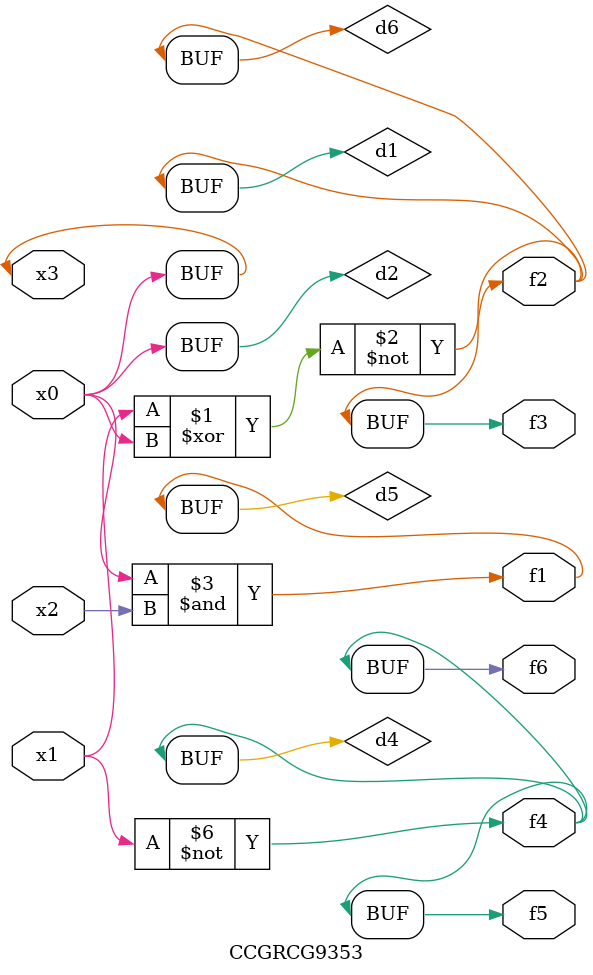
<source format=v>
module CCGRCG9353(
	input x0, x1, x2, x3,
	output f1, f2, f3, f4, f5, f6
);

	wire d1, d2, d3, d4, d5, d6;

	xnor (d1, x1, x3);
	buf (d2, x0, x3);
	nand (d3, x0, x2);
	not (d4, x1);
	nand (d5, d3);
	or (d6, d1);
	assign f1 = d5;
	assign f2 = d6;
	assign f3 = d6;
	assign f4 = d4;
	assign f5 = d4;
	assign f6 = d4;
endmodule

</source>
